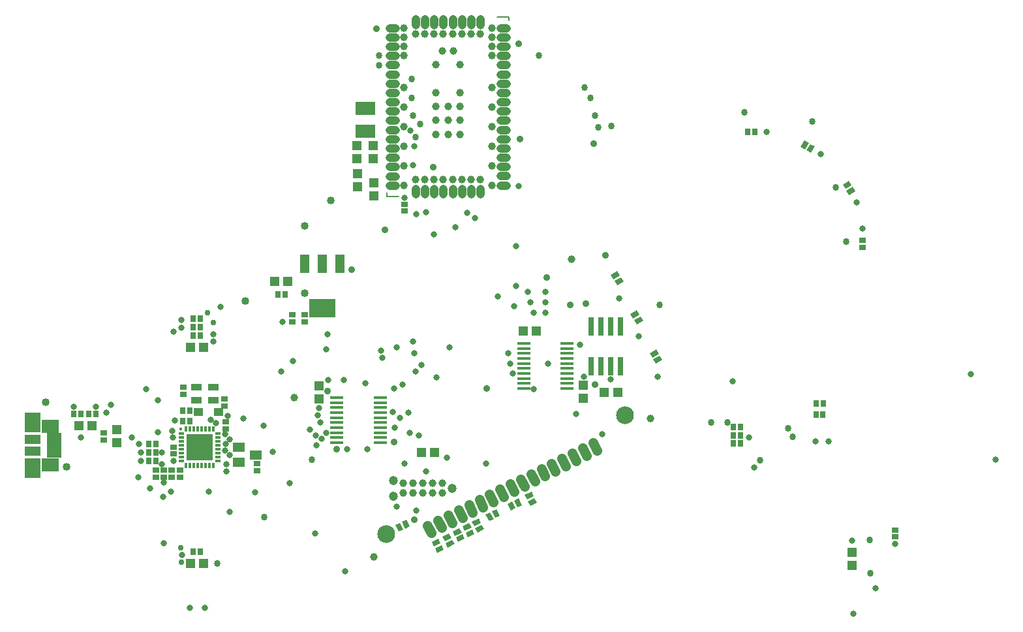
<source format=gbs>
G75*
%MOIN*%
%OFA0B0*%
%FSLAX25Y25*%
%IPPOS*%
%LPD*%
%AMOC8*
5,1,8,0,0,1.08239X$1,22.5*
%
%ADD10C,0.09068*%
%ADD11C,0.05162*%
%ADD12C,0.03950*%
%ADD13R,0.02600X0.03800*%
%ADD14C,0.00787*%
%ADD15C,0.04343*%
%ADD16R,0.03800X0.02600*%
%ADD17R,0.10249X0.07099*%
%ADD18R,0.05131X0.04737*%
%ADD19R,0.03162X0.09461*%
%ADD20R,0.04737X0.05131*%
%ADD21R,0.06902X0.01784*%
%ADD22R,0.04737X0.03950*%
%ADD23R,0.06312X0.04737*%
%ADD24R,0.13780X0.13780*%
%ADD25R,0.01378X0.02953*%
%ADD26R,0.02953X0.01378*%
%ADD27R,0.13398X0.13398*%
%ADD28R,0.01784X0.01784*%
%ADD29R,0.05800X0.03300*%
%ADD30R,0.07493X0.02572*%
%ADD31R,0.09068X0.06607*%
%ADD32R,0.08280X0.10150*%
%ADD33R,0.08268X0.04528*%
%ADD34R,0.13595X0.09265*%
%ADD35R,0.04540X0.09265*%
%ADD36C,0.03900*%
%ADD37C,0.04700*%
%ADD38C,0.04400*%
%ADD39C,0.03200*%
%ADD40C,0.03400*%
%ADD41C,0.03600*%
%ADD42C,0.04000*%
%ADD43C,0.03000*%
%ADD44C,0.03300*%
D10*
X0193800Y0061257D03*
X0315708Y0122039D03*
D11*
X0299487Y0107810D02*
X0301433Y0103906D01*
X0296148Y0101271D02*
X0294202Y0105174D01*
X0288917Y0102539D02*
X0290863Y0098636D01*
X0285578Y0096001D02*
X0283632Y0099904D01*
X0278347Y0097269D02*
X0280293Y0093366D01*
X0275008Y0090731D02*
X0273062Y0094634D01*
X0267777Y0091999D02*
X0269723Y0088095D01*
X0264438Y0085460D02*
X0262491Y0089364D01*
X0257206Y0086729D02*
X0259153Y0082825D01*
X0253868Y0080190D02*
X0251921Y0084094D01*
X0246636Y0081459D02*
X0248583Y0077555D01*
X0243298Y0074920D02*
X0241351Y0078824D01*
X0236066Y0076189D02*
X0238013Y0072285D01*
X0232728Y0069650D02*
X0230781Y0073554D01*
X0225496Y0070919D02*
X0227443Y0067015D01*
X0222157Y0064380D02*
X0220211Y0068284D01*
X0214926Y0065649D02*
X0216872Y0061745D01*
D12*
X0187360Y0049468D03*
X0146781Y0130858D03*
X0288420Y0201476D03*
X0247796Y0239288D03*
X0241890Y0242280D03*
X0237166Y0242280D03*
X0232442Y0242280D03*
X0227717Y0242280D03*
X0222993Y0242280D03*
X0218268Y0242280D03*
X0213544Y0242280D03*
X0208820Y0242280D03*
X0202914Y0239288D03*
X0202914Y0249288D03*
X0202914Y0259288D03*
X0202914Y0269288D03*
X0202914Y0279288D03*
X0202914Y0289288D03*
X0219292Y0286572D03*
X0219292Y0279485D03*
X0225355Y0279485D03*
X0231418Y0279485D03*
X0231418Y0272398D03*
X0225355Y0272398D03*
X0219292Y0272398D03*
X0219292Y0265312D03*
X0225355Y0265312D03*
X0231418Y0265312D03*
X0247796Y0269288D03*
X0247796Y0259288D03*
X0247796Y0249288D03*
X0247796Y0279288D03*
X0247796Y0289288D03*
X0231418Y0286572D03*
X0231418Y0300745D03*
X0228111Y0307831D03*
X0222599Y0307831D03*
X0219292Y0300745D03*
X0202914Y0305469D03*
X0202914Y0310194D03*
X0202914Y0314918D03*
X0208820Y0316690D03*
X0213544Y0316690D03*
X0218268Y0316690D03*
X0222993Y0316690D03*
X0227717Y0316690D03*
X0232442Y0316690D03*
X0237166Y0316690D03*
X0241890Y0316690D03*
X0247796Y0314918D03*
X0247796Y0310194D03*
X0247796Y0305469D03*
X0247796Y0319642D03*
X0202914Y0319642D03*
X0328999Y0120087D03*
D13*
X0371300Y0115900D03*
X0374900Y0115900D03*
X0374900Y0111700D03*
X0371300Y0111700D03*
X0371300Y0107500D03*
X0374900Y0107500D03*
X0413400Y0122100D03*
X0417000Y0122100D03*
X0417025Y0127875D03*
X0413425Y0127875D03*
G36*
X0333595Y0152341D02*
X0334895Y0150091D01*
X0331605Y0148191D01*
X0330305Y0150441D01*
X0333595Y0152341D01*
G37*
G36*
X0331795Y0155459D02*
X0333095Y0153209D01*
X0329805Y0151309D01*
X0328505Y0153559D01*
X0331795Y0155459D01*
G37*
G36*
X0323720Y0172316D02*
X0325020Y0170066D01*
X0321730Y0168166D01*
X0320430Y0170416D01*
X0323720Y0172316D01*
G37*
G36*
X0321920Y0175434D02*
X0323220Y0173184D01*
X0319930Y0171284D01*
X0318630Y0173534D01*
X0321920Y0175434D01*
G37*
G36*
X0313720Y0192316D02*
X0315020Y0190066D01*
X0311730Y0188166D01*
X0310430Y0190416D01*
X0313720Y0192316D01*
G37*
G36*
X0311920Y0195434D02*
X0313220Y0193184D01*
X0309930Y0191284D01*
X0308630Y0193534D01*
X0311920Y0195434D01*
G37*
G36*
X0407441Y0262145D02*
X0409691Y0260845D01*
X0407791Y0257555D01*
X0405541Y0258855D01*
X0407441Y0262145D01*
G37*
G36*
X0410559Y0260345D02*
X0412809Y0259045D01*
X0410909Y0255755D01*
X0408659Y0257055D01*
X0410559Y0260345D01*
G37*
X0382250Y0266425D03*
X0378650Y0266425D03*
G36*
X0430345Y0241609D02*
X0431645Y0239359D01*
X0428355Y0237459D01*
X0427055Y0239709D01*
X0430345Y0241609D01*
G37*
G36*
X0432145Y0238491D02*
X0433445Y0236241D01*
X0430155Y0234341D01*
X0428855Y0236591D01*
X0432145Y0238491D01*
G37*
G36*
X0265827Y0078751D02*
X0264667Y0081077D01*
X0268067Y0082773D01*
X0269227Y0080447D01*
X0265827Y0078751D01*
G37*
G36*
X0267433Y0075529D02*
X0266273Y0077855D01*
X0269673Y0079551D01*
X0270833Y0077225D01*
X0267433Y0075529D01*
G37*
G36*
X0259065Y0078234D02*
X0261391Y0079394D01*
X0263087Y0075994D01*
X0260761Y0074834D01*
X0259065Y0078234D01*
G37*
G36*
X0255844Y0076628D02*
X0258170Y0077788D01*
X0259866Y0074388D01*
X0257540Y0073228D01*
X0255844Y0076628D01*
G37*
G36*
X0247900Y0072823D02*
X0250226Y0073983D01*
X0251922Y0070583D01*
X0249596Y0069423D01*
X0247900Y0072823D01*
G37*
G36*
X0244678Y0071217D02*
X0247004Y0072377D01*
X0248700Y0068977D01*
X0246374Y0067817D01*
X0244678Y0071217D01*
G37*
G36*
X0238828Y0065242D02*
X0237668Y0067568D01*
X0241068Y0069264D01*
X0242228Y0066938D01*
X0238828Y0065242D01*
G37*
G36*
X0240434Y0062020D02*
X0239274Y0064346D01*
X0242674Y0066042D01*
X0243834Y0063716D01*
X0240434Y0062020D01*
G37*
G36*
X0235554Y0059516D02*
X0234394Y0061842D01*
X0237794Y0063538D01*
X0238954Y0061212D01*
X0235554Y0059516D01*
G37*
G36*
X0230583Y0057078D02*
X0229423Y0059404D01*
X0232823Y0061100D01*
X0233983Y0058774D01*
X0230583Y0057078D01*
G37*
G36*
X0225331Y0054355D02*
X0224171Y0056681D01*
X0227571Y0058377D01*
X0228731Y0056051D01*
X0225331Y0054355D01*
G37*
G36*
X0219883Y0051578D02*
X0218723Y0053904D01*
X0222123Y0055600D01*
X0223283Y0053274D01*
X0219883Y0051578D01*
G37*
G36*
X0218277Y0054800D02*
X0217117Y0057126D01*
X0220517Y0058822D01*
X0221677Y0056496D01*
X0218277Y0054800D01*
G37*
G36*
X0223724Y0057577D02*
X0222564Y0059903D01*
X0225964Y0061599D01*
X0227124Y0059273D01*
X0223724Y0057577D01*
G37*
G36*
X0228977Y0060300D02*
X0227817Y0062626D01*
X0231217Y0064322D01*
X0232377Y0061996D01*
X0228977Y0060300D01*
G37*
G36*
X0233948Y0062738D02*
X0232788Y0065064D01*
X0236188Y0066760D01*
X0237348Y0064434D01*
X0233948Y0062738D01*
G37*
G36*
X0201700Y0067423D02*
X0204026Y0068583D01*
X0205722Y0065183D01*
X0203396Y0064023D01*
X0201700Y0067423D01*
G37*
G36*
X0198478Y0065817D02*
X0200804Y0066977D01*
X0202500Y0063577D01*
X0200174Y0062417D01*
X0198478Y0065817D01*
G37*
X0098900Y0052300D03*
X0095300Y0052300D03*
X0076110Y0098700D03*
X0072510Y0098700D03*
X0072500Y0102900D03*
X0076100Y0102900D03*
X0076100Y0107200D03*
X0072500Y0107200D03*
X0090000Y0119000D03*
X0093600Y0119000D03*
X0093600Y0124300D03*
X0090000Y0124300D03*
X0045475Y0122675D03*
X0041875Y0122675D03*
X0037700Y0122675D03*
X0034100Y0122675D03*
X0095300Y0162700D03*
X0098900Y0162700D03*
X0098900Y0166900D03*
X0095300Y0166900D03*
X0095300Y0171100D03*
X0098900Y0171100D03*
X0138500Y0183500D03*
X0142100Y0183500D03*
D14*
X0194253Y0233619D02*
X0194253Y0235587D01*
X0194253Y0233619D02*
X0200158Y0233619D01*
X0250552Y0325351D02*
X0256457Y0325351D01*
X0256457Y0323383D01*
D15*
X0255279Y0319642D02*
X0255279Y0319642D01*
X0252321Y0319642D01*
X0252321Y0319642D01*
X0255279Y0319642D01*
X0255279Y0314918D02*
X0255279Y0314918D01*
X0252321Y0314918D01*
X0252321Y0314918D01*
X0255279Y0314918D01*
X0255279Y0310194D02*
X0255279Y0310194D01*
X0252321Y0310194D01*
X0252321Y0310194D01*
X0255279Y0310194D01*
X0255279Y0305469D02*
X0255279Y0305469D01*
X0252321Y0305469D01*
X0252321Y0305469D01*
X0255279Y0305469D01*
X0255279Y0300745D02*
X0255279Y0300745D01*
X0252321Y0300745D01*
X0252321Y0300745D01*
X0255279Y0300745D01*
X0255279Y0296020D02*
X0255279Y0296020D01*
X0252321Y0296020D01*
X0252321Y0296020D01*
X0255279Y0296020D01*
X0255279Y0291296D02*
X0255279Y0291296D01*
X0252321Y0291296D01*
X0252321Y0291296D01*
X0255279Y0291296D01*
X0255279Y0286572D02*
X0255279Y0286572D01*
X0252321Y0286572D01*
X0252321Y0286572D01*
X0255279Y0286572D01*
X0255279Y0281847D02*
X0255279Y0281847D01*
X0252321Y0281847D01*
X0252321Y0281847D01*
X0255279Y0281847D01*
X0255279Y0277123D02*
X0255279Y0277123D01*
X0252321Y0277123D01*
X0252321Y0277123D01*
X0255279Y0277123D01*
X0255279Y0272398D02*
X0255279Y0272398D01*
X0252321Y0272398D01*
X0252321Y0272398D01*
X0255279Y0272398D01*
X0255279Y0267674D02*
X0255279Y0267674D01*
X0252321Y0267674D01*
X0252321Y0267674D01*
X0255279Y0267674D01*
X0255179Y0262950D02*
X0255179Y0262950D01*
X0252221Y0262950D01*
X0252221Y0262950D01*
X0255179Y0262950D01*
X0255179Y0258225D02*
X0255179Y0258225D01*
X0252221Y0258225D01*
X0252221Y0258225D01*
X0255179Y0258225D01*
X0255179Y0253501D02*
X0255179Y0253501D01*
X0252221Y0253501D01*
X0252221Y0253501D01*
X0255179Y0253501D01*
X0255179Y0248776D02*
X0255179Y0248776D01*
X0252221Y0248776D01*
X0252221Y0248776D01*
X0255179Y0248776D01*
X0255179Y0244052D02*
X0255179Y0244052D01*
X0252221Y0244052D01*
X0252221Y0244052D01*
X0255179Y0244052D01*
X0255179Y0239328D02*
X0255179Y0239328D01*
X0252221Y0239328D01*
X0252221Y0239328D01*
X0255179Y0239328D01*
X0241890Y0237709D02*
X0241890Y0237709D01*
X0241890Y0234751D01*
X0241890Y0234751D01*
X0241890Y0237709D01*
X0237166Y0237709D02*
X0237166Y0237709D01*
X0237166Y0234751D01*
X0237166Y0234751D01*
X0237166Y0237709D01*
X0232442Y0237709D02*
X0232442Y0237709D01*
X0232442Y0234751D01*
X0232442Y0234751D01*
X0232442Y0237709D01*
X0227717Y0237709D02*
X0227717Y0237709D01*
X0227717Y0234751D01*
X0227717Y0234751D01*
X0227717Y0237709D01*
X0222993Y0237709D02*
X0222993Y0237709D01*
X0222993Y0234751D01*
X0222993Y0234751D01*
X0222993Y0237709D01*
X0218268Y0237709D02*
X0218268Y0237709D01*
X0218268Y0234751D01*
X0218268Y0234751D01*
X0218268Y0237709D01*
X0213544Y0237709D02*
X0213544Y0237709D01*
X0213544Y0234751D01*
X0213544Y0234751D01*
X0213544Y0237709D01*
X0208820Y0237709D02*
X0208820Y0237709D01*
X0208820Y0234751D01*
X0208820Y0234751D01*
X0208820Y0237709D01*
X0195431Y0239342D02*
X0195431Y0239342D01*
X0198389Y0239342D01*
X0198389Y0239342D01*
X0195431Y0239342D01*
X0195431Y0244042D02*
X0195431Y0244042D01*
X0198389Y0244042D01*
X0198389Y0244042D01*
X0195431Y0244042D01*
X0195431Y0248742D02*
X0195431Y0248742D01*
X0198389Y0248742D01*
X0198389Y0248742D01*
X0195431Y0248742D01*
X0195431Y0253542D02*
X0195431Y0253542D01*
X0198389Y0253542D01*
X0198389Y0253542D01*
X0195431Y0253542D01*
X0195431Y0258242D02*
X0195431Y0258242D01*
X0198389Y0258242D01*
X0198389Y0258242D01*
X0195431Y0258242D01*
X0195431Y0262942D02*
X0195431Y0262942D01*
X0198389Y0262942D01*
X0198389Y0262942D01*
X0195431Y0262942D01*
X0195431Y0267674D02*
X0195431Y0267674D01*
X0198389Y0267674D01*
X0198389Y0267674D01*
X0195431Y0267674D01*
X0195431Y0272398D02*
X0195431Y0272398D01*
X0198389Y0272398D01*
X0198389Y0272398D01*
X0195431Y0272398D01*
X0195431Y0277123D02*
X0195431Y0277123D01*
X0198389Y0277123D01*
X0198389Y0277123D01*
X0195431Y0277123D01*
X0195431Y0281847D02*
X0195431Y0281847D01*
X0198389Y0281847D01*
X0198389Y0281847D01*
X0195431Y0281847D01*
X0195431Y0286572D02*
X0195431Y0286572D01*
X0198389Y0286572D01*
X0198389Y0286572D01*
X0195431Y0286572D01*
X0195431Y0291296D02*
X0195431Y0291296D01*
X0198389Y0291296D01*
X0198389Y0291296D01*
X0195431Y0291296D01*
X0195431Y0296020D02*
X0195431Y0296020D01*
X0198389Y0296020D01*
X0198389Y0296020D01*
X0195431Y0296020D01*
X0195431Y0300745D02*
X0195431Y0300745D01*
X0198389Y0300745D01*
X0198389Y0300745D01*
X0195431Y0300745D01*
X0195431Y0305469D02*
X0195431Y0305469D01*
X0198389Y0305469D01*
X0198389Y0305469D01*
X0195431Y0305469D01*
X0195431Y0310194D02*
X0195431Y0310194D01*
X0198389Y0310194D01*
X0198389Y0310194D01*
X0195431Y0310194D01*
X0195431Y0314942D02*
X0195431Y0314942D01*
X0198389Y0314942D01*
X0198389Y0314942D01*
X0195431Y0314942D01*
X0195431Y0319642D02*
X0195431Y0319642D01*
X0198389Y0319642D01*
X0198389Y0319642D01*
X0195431Y0319642D01*
X0208812Y0324209D02*
X0208812Y0324209D01*
X0208812Y0321251D01*
X0208812Y0321251D01*
X0208812Y0324209D01*
X0213544Y0324209D02*
X0213544Y0324209D01*
X0213544Y0321251D01*
X0213544Y0321251D01*
X0213544Y0324209D01*
X0218268Y0324209D02*
X0218268Y0324209D01*
X0218268Y0321251D01*
X0218268Y0321251D01*
X0218268Y0324209D01*
X0222993Y0324209D02*
X0222993Y0324209D01*
X0222993Y0321251D01*
X0222993Y0321251D01*
X0222993Y0324209D01*
X0227717Y0324209D02*
X0227717Y0324209D01*
X0227717Y0321251D01*
X0227717Y0321251D01*
X0227717Y0324209D01*
X0232417Y0324209D02*
X0232417Y0324209D01*
X0232417Y0321251D01*
X0232417Y0321251D01*
X0232417Y0324209D01*
X0237166Y0324209D02*
X0237166Y0324209D01*
X0237166Y0321251D01*
X0237166Y0321251D01*
X0237166Y0324209D01*
X0241890Y0324209D02*
X0241890Y0324209D01*
X0241890Y0321251D01*
X0241890Y0321251D01*
X0241890Y0324209D01*
D16*
X0203050Y0229700D03*
X0203050Y0226100D03*
X0152325Y0173300D03*
X0152325Y0169700D03*
X0145825Y0169700D03*
X0145825Y0173300D03*
X0090100Y0136300D03*
X0090100Y0132700D03*
X0111200Y0130300D03*
X0111200Y0126700D03*
X0111800Y0118630D03*
X0111800Y0115030D03*
X0127980Y0097140D03*
X0127980Y0093540D03*
X0088410Y0093810D03*
X0088410Y0090210D03*
X0084280Y0090210D03*
X0084280Y0093810D03*
X0080150Y0093810D03*
X0080150Y0090210D03*
X0076050Y0090210D03*
X0076050Y0093810D03*
X0085100Y0102100D03*
X0085100Y0105700D03*
X0049500Y0109300D03*
X0049500Y0112900D03*
X0437300Y0207500D03*
X0437300Y0211100D03*
X0453850Y0063375D03*
X0453850Y0059775D03*
D17*
X0183300Y0266744D03*
X0183300Y0278556D03*
D18*
X0187100Y0259646D03*
X0178750Y0259471D03*
X0178750Y0252779D03*
X0187100Y0252954D03*
X0179250Y0245146D03*
X0187625Y0240471D03*
X0179250Y0238454D03*
X0187625Y0233779D03*
X0294350Y0137121D03*
X0294350Y0130429D03*
X0159575Y0130329D03*
X0159575Y0137021D03*
X0056100Y0114446D03*
X0056100Y0107754D03*
X0431900Y0051871D03*
X0431900Y0045179D03*
D19*
X0313400Y0146864D03*
X0308400Y0146864D03*
X0303400Y0146864D03*
X0298400Y0146864D03*
X0298400Y0167336D03*
X0303400Y0167336D03*
X0308400Y0167336D03*
X0313400Y0167336D03*
D20*
X0270621Y0164750D03*
X0263929Y0164750D03*
X0305329Y0133500D03*
X0312021Y0133500D03*
X0218421Y0102775D03*
X0211729Y0102775D03*
X0100446Y0156700D03*
X0093754Y0156700D03*
X0136954Y0190100D03*
X0143646Y0190100D03*
X0043521Y0116625D03*
X0036829Y0116625D03*
X0093754Y0046300D03*
X0100446Y0046300D03*
D21*
X0168653Y0107869D03*
X0168653Y0110428D03*
X0168653Y0112987D03*
X0168653Y0115546D03*
X0168653Y0118105D03*
X0168653Y0120664D03*
X0168653Y0123223D03*
X0168653Y0125782D03*
X0168653Y0128341D03*
X0168653Y0130900D03*
X0190700Y0130900D03*
X0190700Y0128341D03*
X0190700Y0125782D03*
X0190700Y0123223D03*
X0190700Y0120664D03*
X0190700Y0118105D03*
X0190700Y0115546D03*
X0190700Y0112987D03*
X0190700Y0110428D03*
X0190700Y0107869D03*
X0264050Y0135500D03*
X0264050Y0138059D03*
X0264050Y0140618D03*
X0264050Y0143177D03*
X0264050Y0145736D03*
X0264050Y0148295D03*
X0264050Y0150854D03*
X0264050Y0153413D03*
X0264050Y0155972D03*
X0264050Y0158531D03*
X0286097Y0158531D03*
X0286097Y0155972D03*
X0286097Y0153413D03*
X0286097Y0150854D03*
X0286097Y0148295D03*
X0286097Y0145736D03*
X0286097Y0143177D03*
X0286097Y0140618D03*
X0286097Y0138059D03*
X0286097Y0135500D03*
D22*
X0108118Y0123400D03*
X0097882Y0123400D03*
D23*
X0118369Y0105440D03*
X0127031Y0101700D03*
X0118369Y0097960D03*
D24*
X0098500Y0105500D03*
D25*
X0097516Y0096248D03*
X0099484Y0096248D03*
X0101453Y0096248D03*
X0103421Y0096248D03*
X0105390Y0096248D03*
X0095547Y0096248D03*
X0093579Y0096248D03*
X0091610Y0096248D03*
X0091610Y0114752D03*
X0093579Y0114752D03*
X0095547Y0114752D03*
X0097516Y0114752D03*
X0099484Y0114752D03*
X0101453Y0114752D03*
X0103421Y0114752D03*
X0105390Y0114752D03*
D26*
X0107752Y0112390D03*
X0107752Y0110421D03*
X0107752Y0108453D03*
X0107752Y0106484D03*
X0107752Y0104516D03*
X0107752Y0102547D03*
X0107752Y0100579D03*
X0107752Y0098610D03*
X0089248Y0098610D03*
X0089248Y0100579D03*
X0089248Y0102547D03*
X0089248Y0104516D03*
X0089248Y0106484D03*
X0089248Y0108453D03*
X0089248Y0110421D03*
X0089248Y0112390D03*
D27*
X0098500Y0105500D03*
D28*
X0088992Y0115008D03*
D29*
X0096900Y0129700D03*
X0105500Y0129700D03*
X0105500Y0136300D03*
X0096900Y0136300D03*
D30*
X0024124Y0111618D03*
X0024124Y0109059D03*
X0024124Y0106500D03*
X0024124Y0103941D03*
X0024124Y0101382D03*
D31*
X0022155Y0096657D03*
X0022155Y0116343D03*
D32*
X0013100Y0118114D03*
X0013100Y0094886D03*
D33*
X0013100Y0103449D03*
X0013100Y0109551D03*
D34*
X0161253Y0176469D03*
D35*
X0161253Y0199303D03*
X0152198Y0199303D03*
X0170308Y0199303D03*
D36*
X0202400Y0087200D03*
X0207400Y0087200D03*
X0212400Y0087200D03*
X0217400Y0087200D03*
X0222400Y0087200D03*
X0222400Y0082200D03*
X0217400Y0082200D03*
X0212400Y0082200D03*
X0207400Y0082200D03*
X0202400Y0082200D03*
D37*
X0197400Y0080700D03*
X0197400Y0088700D03*
X0227400Y0084700D03*
D38*
X0098500Y0105500D03*
D39*
X0111500Y0112300D03*
X0113900Y0109500D03*
X0111790Y0107110D03*
X0111630Y0103910D03*
X0113800Y0101650D03*
X0112100Y0096900D03*
X0112100Y0093300D03*
X0103300Y0082750D03*
X0113700Y0072700D03*
X0126850Y0082450D03*
X0144550Y0087325D03*
X0135950Y0103075D03*
X0154700Y0114700D03*
X0157700Y0111700D03*
X0160700Y0109900D03*
X0163100Y0112900D03*
X0158325Y0106550D03*
X0160100Y0118300D03*
X0158900Y0121900D03*
X0159500Y0125500D03*
X0164300Y0139900D03*
X0172100Y0139900D03*
X0183300Y0138375D03*
X0197900Y0135700D03*
X0202100Y0137500D03*
X0208700Y0144100D03*
X0211700Y0147700D03*
X0208225Y0153450D03*
X0207500Y0159700D03*
X0199100Y0156700D03*
X0191300Y0154900D03*
X0191900Y0151300D03*
X0163100Y0155500D03*
X0163700Y0163300D03*
X0146300Y0149500D03*
X0140300Y0144100D03*
X0140725Y0169575D03*
X0109100Y0177100D03*
X0089300Y0170500D03*
X0089150Y0166650D03*
X0105500Y0163300D03*
X0105500Y0159700D03*
X0071325Y0135050D03*
X0077200Y0129550D03*
X0085700Y0119100D03*
X0084600Y0113900D03*
X0084700Y0110600D03*
X0077300Y0113100D03*
X0067625Y0107200D03*
X0068450Y0102850D03*
X0068600Y0098550D03*
X0067100Y0090100D03*
X0073100Y0084700D03*
X0080120Y0087420D03*
X0083820Y0083040D03*
X0079700Y0080100D03*
X0079200Y0096750D03*
X0085260Y0098550D03*
X0079040Y0102910D03*
X0063930Y0110480D03*
X0050900Y0123100D03*
X0045500Y0126100D03*
X0034100Y0126100D03*
X0037700Y0110500D03*
X0104100Y0119500D03*
X0106700Y0118000D03*
X0113000Y0121500D03*
X0120749Y0120100D03*
X0131300Y0116700D03*
X0173900Y0104500D03*
X0184100Y0104500D03*
X0198225Y0115500D03*
X0205700Y0112900D03*
X0210500Y0111700D03*
X0205100Y0123100D03*
X0200900Y0120700D03*
X0197325Y0123550D03*
X0219500Y0141100D03*
X0226100Y0156700D03*
X0256100Y0153700D03*
X0257225Y0148300D03*
X0258400Y0143150D03*
X0269300Y0135100D03*
X0276500Y0148300D03*
X0292700Y0157900D03*
X0275300Y0174100D03*
X0269300Y0174100D03*
X0267500Y0179500D03*
X0266300Y0184900D03*
X0260300Y0187900D03*
X0250700Y0182500D03*
X0259100Y0177700D03*
X0275300Y0179500D03*
X0275300Y0184900D03*
X0260300Y0208300D03*
X0239300Y0222700D03*
X0235100Y0225100D03*
X0229100Y0217900D03*
X0218300Y0214300D03*
X0214100Y0225700D03*
X0209300Y0224500D03*
X0203300Y0232900D03*
X0207500Y0249700D03*
X0208100Y0259300D03*
X0206300Y0267100D03*
X0261500Y0238900D03*
X0312750Y0181675D03*
X0322700Y0162100D03*
X0332600Y0141525D03*
X0308450Y0140100D03*
X0294875Y0141425D03*
X0290900Y0122700D03*
X0304275Y0112275D03*
X0244700Y0097300D03*
X0224975Y0100250D03*
X0214075Y0093050D03*
X0203300Y0097300D03*
X0199100Y0075100D03*
X0209300Y0073300D03*
X0172700Y0042100D03*
X0157425Y0061650D03*
X0101300Y0023500D03*
X0093500Y0023500D03*
X0089550Y0050600D03*
X0370700Y0139300D03*
X0379200Y0110550D03*
X0381800Y0095350D03*
X0413300Y0108700D03*
X0419900Y0108700D03*
X0492500Y0142900D03*
X0505100Y0099100D03*
X0453800Y0056300D03*
X0431850Y0057950D03*
X0443900Y0033700D03*
X0432500Y0020500D03*
X0437300Y0217300D03*
X0434325Y0230400D03*
X0415975Y0255075D03*
X0388300Y0266425D03*
D40*
X0376700Y0276700D03*
X0411500Y0271900D03*
X0423500Y0238300D03*
X0428900Y0210700D03*
X0333500Y0178300D03*
X0359900Y0118300D03*
X0368300Y0118300D03*
X0399300Y0115300D03*
X0401625Y0110950D03*
X0384850Y0099025D03*
X0441000Y0058275D03*
X0441125Y0041375D03*
X0155900Y0099100D03*
X0131350Y0069975D03*
X0107500Y0046300D03*
X0208850Y0263725D03*
X0211050Y0270425D03*
X0207500Y0274900D03*
X0206900Y0283900D03*
X0206900Y0293500D03*
X0190100Y0300700D03*
X0190100Y0305500D03*
X0271700Y0305500D03*
X0295100Y0289300D03*
X0298100Y0283900D03*
X0300500Y0274900D03*
X0302300Y0268900D03*
X0308900Y0269500D03*
D41*
X0299900Y0260500D03*
X0262100Y0262900D03*
X0217700Y0248500D03*
X0193100Y0216700D03*
X0176300Y0196300D03*
X0164000Y0134250D03*
X0197900Y0108100D03*
X0168575Y0104550D03*
X0208175Y0068550D03*
X0245300Y0135700D03*
X0300500Y0137500D03*
X0295700Y0178900D03*
X0287900Y0178300D03*
X0275900Y0192100D03*
X0305900Y0203500D03*
X0261500Y0311500D03*
X0188900Y0319300D03*
D42*
X0165500Y0231700D03*
X0152300Y0218500D03*
X0152300Y0184300D03*
X0121700Y0180100D03*
X0019700Y0128500D03*
X0030500Y0095500D03*
D43*
X0088700Y0054100D03*
X0089300Y0046900D03*
X0105500Y0169300D03*
X0102500Y0174100D03*
D44*
X0085100Y0164500D03*
X0053300Y0127300D03*
X0080300Y0056500D03*
M02*

</source>
